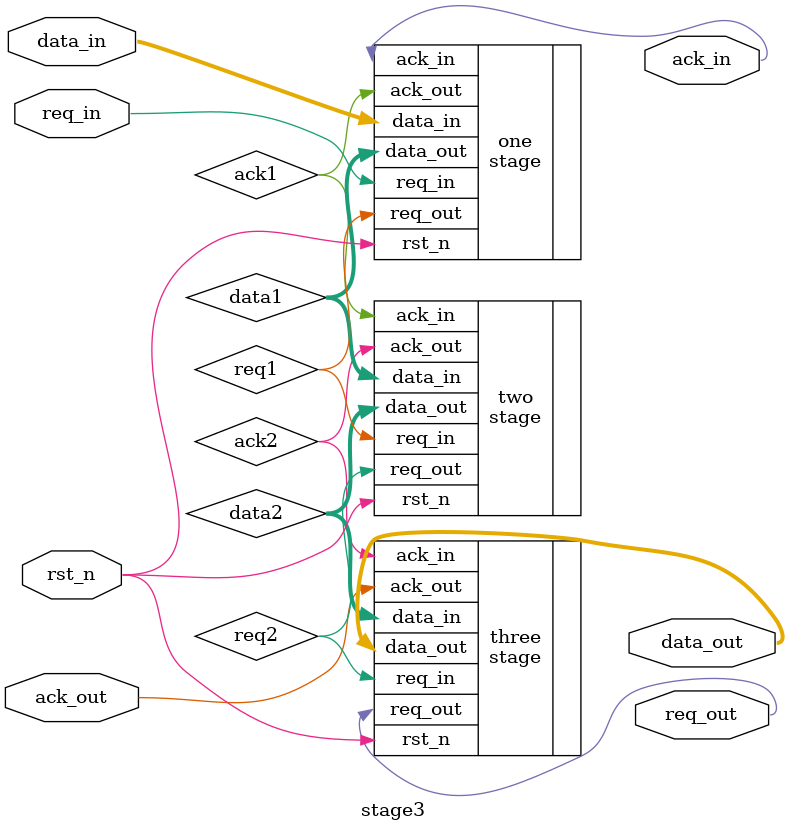
<source format=v>
module stage3(
  rst_n,
  data_in,
  data_out,
  req_in,
  req_out,
  ack_in,
  ack_out);
  input rst_n;
  input[2:0] data_in;
  output [2:0] data_out;
  input req_in;
  input ack_out;
  output req_out; 
  output ack_in;
  wire req1,req2,ack1,ack2;
  wire[2:0] data1,data2;
  stage one(
  .rst_n(rst_n),
  .req_in(req_in),
  .ack_in(ack_in),
  .req_out(req1),
  .ack_out(ack1),
  .data_in(data_in),
  .data_out(data1)
  );
  stage two(
  .rst_n(rst_n),
  .req_in(req1),
  .ack_in(ack1),
  .req_out(req2),
  .ack_out(ack2),
  .data_in(data1),
  .data_out(data2));
  stage three(
  .rst_n(rst_n),
  .req_in(req2),
  .ack_in(ack2),
  .req_out(req_out),
  .ack_out(ack_out),
  .data_in(data2),
  .data_out(data_out));
 endmodule
</source>
